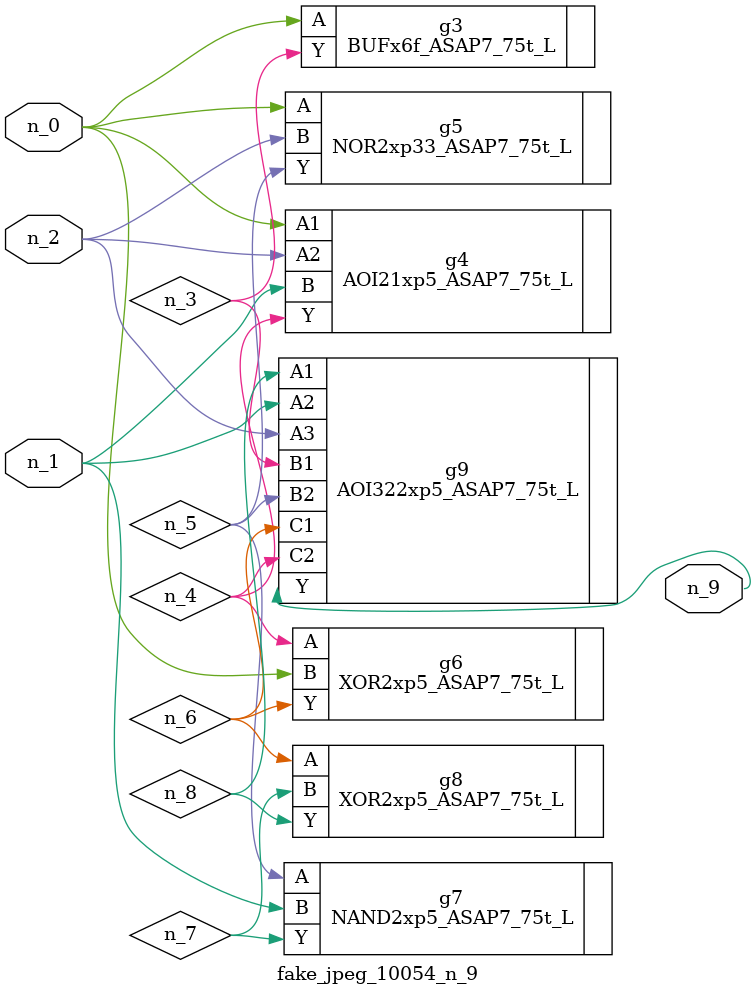
<source format=v>
module fake_jpeg_10054_n_9 (n_0, n_2, n_1, n_9);

input n_0;
input n_2;
input n_1;

output n_9;

wire n_3;
wire n_4;
wire n_8;
wire n_6;
wire n_5;
wire n_7;

BUFx6f_ASAP7_75t_L g3 ( 
.A(n_0),
.Y(n_3)
);

AOI21xp5_ASAP7_75t_L g4 ( 
.A1(n_0),
.A2(n_2),
.B(n_1),
.Y(n_4)
);

NOR2xp33_ASAP7_75t_L g5 ( 
.A(n_0),
.B(n_2),
.Y(n_5)
);

XOR2xp5_ASAP7_75t_L g6 ( 
.A(n_4),
.B(n_0),
.Y(n_6)
);

XOR2xp5_ASAP7_75t_L g8 ( 
.A(n_6),
.B(n_7),
.Y(n_8)
);

NAND2xp5_ASAP7_75t_L g7 ( 
.A(n_5),
.B(n_1),
.Y(n_7)
);

AOI322xp5_ASAP7_75t_L g9 ( 
.A1(n_8),
.A2(n_1),
.A3(n_2),
.B1(n_3),
.B2(n_5),
.C1(n_6),
.C2(n_4),
.Y(n_9)
);


endmodule
</source>
